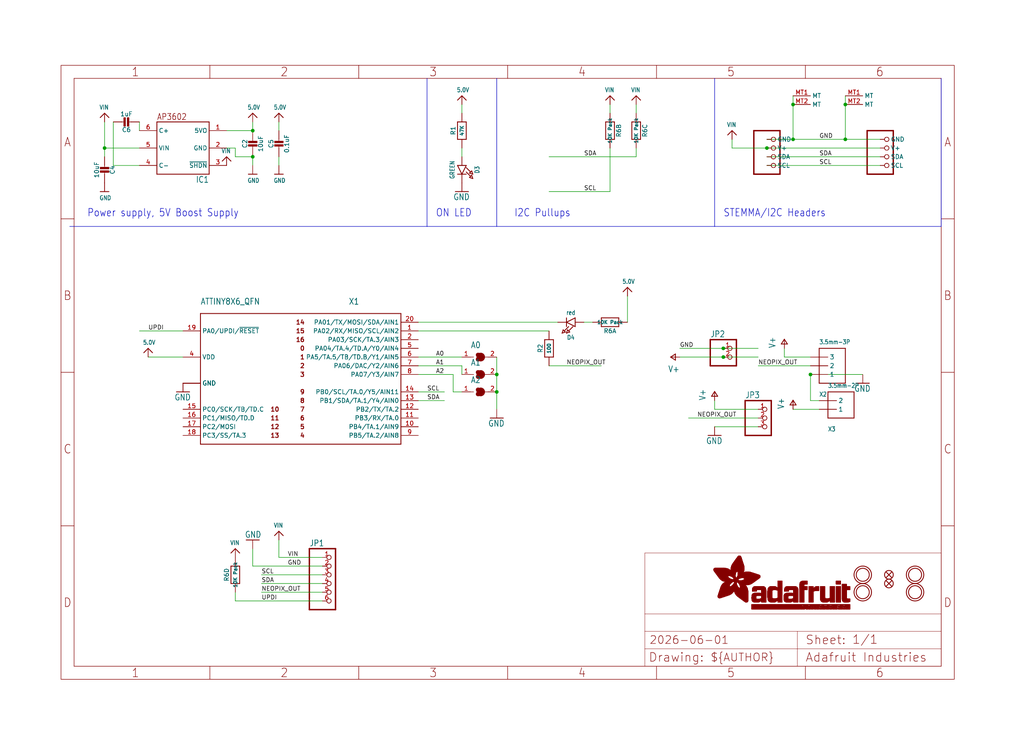
<source format=kicad_sch>
(kicad_sch (version 20230121) (generator eeschema)
  (paper "User" 298.45 217.322)
  (lib_symbols
    (symbol "working-eagle-import:5.0V" (power)
      (property "Value" "5.0V" (at -1.524 1.016 0))
      (symbol "5.0V_1_0"
        (pin power_in line (at 0 -2.54 90) (length 2.54) (name "5.0V") (number "1"))
      )
    )
    (symbol "working-eagle-import:AP3602"
      (property "Reference" "IC" (at -7.62 -10.16 0))
      (symbol "AP3602_1_0"
        (text "AP3602" (at 7.62 10.16 0) (effects (font (size 1.778 1.5113)) (justify right top)))
        (pin power_in line (at -12.7 5.08 0) (length 5.08) (name "5VO") (number "1"))
        (pin power_in line (at -12.7 0 0) (length 5.08) (name "GND") (number "2"))
        (pin input line (at -12.7 -5.08 0) (length 5.08) (name "~{SHDN}") (number "3"))
        (pin bidirectional line (at 12.7 -5.08 180) (length 5.08) (name "C-") (number "4"))
        (pin power_in line (at 12.7 0 180) (length 5.08) (name "VIN") (number "5"))
        (pin bidirectional line (at 12.7 5.08 180) (length 5.08) (name "C+") (number "6"))
      )
    )
    (symbol "working-eagle-import:ATTINY8X6_QFN"
      (property "Reference" "X" (at 12.7 25.4 0))
      (symbol "ATTINY8X6_QFN_1_0"
        (text "0" (at 0 12.7 0) (effects (font (size 1.27 1.27) (thickness 0.254) bold) (justify right)))
        (text "1" (at 0 10.16 0) (effects (font (size 1.27 1.27) (thickness 0.254) bold) (justify right)))
        (text "10" (at -10.16 -5.08 0) (effects (font (size 1.27 1.27) (thickness 0.254) bold) (justify left)))
        (text "11" (at -10.16 -7.62 0) (effects (font (size 1.27 1.27) (thickness 0.254) bold) (justify left)))
        (text "12" (at -10.16 -10.16 0) (effects (font (size 1.27 1.27) (thickness 0.254) bold) (justify left)))
        (text "13" (at -10.16 -12.7 0) (effects (font (size 1.27 1.27) (thickness 0.254) bold) (justify left)))
        (text "14" (at 0 20.32 0) (effects (font (size 1.27 1.27) (thickness 0.254) bold) (justify right)))
        (text "15" (at 0 17.78 0) (effects (font (size 1.27 1.27) (thickness 0.254) bold) (justify right)))
        (text "16" (at 0 15.24 0) (effects (font (size 1.27 1.27) (thickness 0.254) bold) (justify right)))
        (text "2" (at 0 7.62 0) (effects (font (size 1.27 1.27) (thickness 0.254) bold) (justify right)))
        (text "3" (at 0 5.08 0) (effects (font (size 1.27 1.27) (thickness 0.254) bold) (justify right)))
        (text "4" (at 0 -12.7 0) (effects (font (size 1.27 1.27) (thickness 0.254) bold) (justify right)))
        (text "5" (at 0 -10.16 0) (effects (font (size 1.27 1.27) (thickness 0.254) bold) (justify right)))
        (text "6" (at 0 -7.62 0) (effects (font (size 1.27 1.27) (thickness 0.254) bold) (justify right)))
        (text "7" (at 0 -5.08 0) (effects (font (size 1.27 1.27) (thickness 0.254) bold) (justify right)))
        (text "8" (at 0 -2.54 0) (effects (font (size 1.27 1.27) (thickness 0.254) bold) (justify right)))
        (text "9" (at 0 0 0) (effects (font (size 1.27 1.27) (thickness 0.254) bold) (justify right)))
        (pin bidirectional line (at 33.02 17.78 180) (length 5.08) (name "PA02/RX/MISO/SCL/AIN2") (number "1"))
        (pin bidirectional line (at 33.02 -10.16 180) (length 5.08) (name "PB4/TA.1/AIN9") (number "10"))
        (pin bidirectional line (at 33.02 -7.62 180) (length 5.08) (name "PB3/RX/TA.0") (number "11"))
        (pin bidirectional line (at 33.02 -5.08 180) (length 5.08) (name "PB2/TX/TA.2") (number "12"))
        (pin bidirectional line (at 33.02 -2.54 180) (length 5.08) (name "PB1/SDA/TA.1/Y4/AIN0") (number "13"))
        (pin bidirectional line (at 33.02 0 180) (length 5.08) (name "PB0/SCL/TA.0/Y5/AIN11") (number "14"))
        (pin bidirectional line (at -35.56 -5.08 0) (length 5.08) (name "PC0/SCK/TB/TD.C") (number "15"))
        (pin bidirectional line (at -35.56 -7.62 0) (length 5.08) (name "PC1/MISO/TD.D") (number "16"))
        (pin bidirectional line (at -35.56 -10.16 0) (length 5.08) (name "PC2/MOSI") (number "17"))
        (pin bidirectional line (at -35.56 -12.7 0) (length 5.08) (name "PC3/SS/TA.3") (number "18"))
        (pin bidirectional line (at -35.56 17.78 0) (length 5.08) (name "PA0/UPDI/~{RESET}") (number "19"))
        (pin bidirectional line (at 33.02 15.24 180) (length 5.08) (name "PA03/SCK/TA.3/AIN3") (number "2"))
        (pin bidirectional line (at 33.02 20.32 180) (length 5.08) (name "PA01/TX/MOSI/SDA/AIN1") (number "20"))
        (pin power_in line (at -35.56 2.54 0) (length 5.08) (name "GND") (number "3"))
        (pin power_in line (at -35.56 10.16 0) (length 5.08) (name "VDD") (number "4"))
        (pin bidirectional line (at 33.02 12.7 180) (length 5.08) (name "PA04/TA.4/TD.A/Y0/AIN4") (number "5"))
        (pin bidirectional line (at 33.02 10.16 180) (length 5.08) (name "PA5/TA.5/TB/TD.B/Y1/AIN5") (number "6"))
        (pin bidirectional line (at 33.02 7.62 180) (length 5.08) (name "PA06/DAC/Y2/AIN6") (number "7"))
        (pin bidirectional line (at 33.02 5.08 180) (length 5.08) (name "PA07/Y3/AIN7") (number "8"))
        (pin bidirectional line (at 33.02 -12.7 180) (length 5.08) (name "PB5/TA.2/AIN8") (number "9"))
        (pin power_in line (at -35.56 2.54 0) (length 5.08) (name "GND") (number "PAD"))
      )
    )
    (symbol "working-eagle-import:CAP_CERAMIC0603_NO"
      (property "Reference" "C" (at -2.29 1.25 90))
      (symbol "CAP_CERAMIC0603_NO_1_0"
        (pin passive line (at 0 5.08 270) (length 2.54) (name "1") (number "1"))
        (pin passive line (at 0 -2.54 90) (length 2.54) (name "2") (number "2"))
      )
    )
    (symbol "working-eagle-import:CAP_CERAMIC0805-NOOUTLINE"
      (property "Reference" "C" (at -2.29 1.25 90))
      (symbol "CAP_CERAMIC0805-NOOUTLINE_1_0"
        (pin passive line (at 0 5.08 270) (length 2.54) (name "1") (number "1"))
        (pin passive line (at 0 -2.54 90) (length 2.54) (name "2") (number "2"))
      )
    )
    (symbol "working-eagle-import:FIDUCIAL_1MM")
    (symbol "working-eagle-import:FRAME_A4_ADAFRUIT"
      (symbol "FRAME_A4_ADAFRUIT_1_0"
        (text "${#}/${##}" (at 230.505 10.16 0) (effects (font (size 2.54 2.54)) (justify left bottom)))
        (text "${AUTHOR}" (at 189.23 5.08 0) (effects (font (size 2.286 2.286)) (justify left bottom)))
        (text "${CURRENT_DATE}" (at 171.45 10.16 0) (effects (font (size 2.286 2.286)) (justify left bottom)))
        (text "${PROJECTNAME}" (at 171.45 15.24 0) (effects (font (size 2.54 2.54)) (justify left bottom)))
        (text "1" (at 21.6958 1.905 0) (effects (font (size 2.54 2.286))))
        (text "1" (at 21.6958 177.165 0) (effects (font (size 2.54 2.286))))
        (text "2" (at 65.0875 1.905 0) (effects (font (size 2.54 2.286))))
        (text "2" (at 65.0875 177.165 0) (effects (font (size 2.54 2.286))))
        (text "3" (at 108.4792 1.905 0) (effects (font (size 2.54 2.286))))
        (text "3" (at 108.4792 177.165 0) (effects (font (size 2.54 2.286))))
        (text "4" (at 151.8708 1.905 0) (effects (font (size 2.54 2.286))))
        (text "4" (at 151.8708 177.165 0) (effects (font (size 2.54 2.286))))
        (text "5" (at 195.2625 1.905 0) (effects (font (size 2.54 2.286))))
        (text "5" (at 195.2625 177.165 0) (effects (font (size 2.54 2.286))))
        (text "6" (at 238.6542 1.905 0) (effects (font (size 2.54 2.286))))
        (text "6" (at 238.6542 177.165 0) (effects (font (size 2.54 2.286))))
        (text "A" (at 1.905 156.6863 0) (effects (font (size 2.54 2.286))))
        (text "A" (at 258.445 156.6863 0) (effects (font (size 2.54 2.286))))
        (text "Adafruit Industries" (at 216.916 4.953 0) (effects (font (size 2.54 2.54)) (justify left bottom)))
        (text "B" (at 1.905 111.9188 0) (effects (font (size 2.54 2.286))))
        (text "B" (at 258.445 111.9188 0) (effects (font (size 2.54 2.286))))
        (text "C" (at 1.905 67.1513 0) (effects (font (size 2.54 2.286))))
        (text "C" (at 258.445 67.1513 0) (effects (font (size 2.54 2.286))))
        (text "D" (at 1.905 22.3838 0) (effects (font (size 2.54 2.286))))
        (text "D" (at 258.445 22.3838 0) (effects (font (size 2.54 2.286))))
        (text "Drawing:" (at 171.196 4.953 0) (effects (font (size 2.54 2.54)) (justify left bottom)))
        (text "Sheet:" (at 216.916 10.033 0) (effects (font (size 2.54 2.54)) (justify left bottom)))
      )
    )
    (symbol "working-eagle-import:GND" (power)
      (property "Value" "GND" (at -1.524 -2.54 0))
      (symbol "GND_1_0"
        (pin power_in line (at 0 2.54 270) (length 2.54) (name "GND") (number "1"))
      )
    )
    (symbol "working-eagle-import:HEADER-1X2ROUND"
      (property "Reference" "JP" (at -6.35 5.715 0))
      (symbol "HEADER-1X2ROUND_1_0"
        (pin passive inverted (at -2.54 2.54 0) (length 2.54) (name "1") (number "1"))
        (pin passive inverted (at -2.54 0 0) (length 2.54) (name "2") (number "2"))
      )
    )
    (symbol "working-eagle-import:HEADER-1X3ROUND"
      (property "Reference" "JP" (at -6.35 5.715 0))
      (symbol "HEADER-1X3ROUND_1_0"
        (pin passive inverted (at -2.54 2.54 0) (length 2.54) (name "1") (number "1"))
        (pin passive inverted (at -2.54 0 0) (length 2.54) (name "2") (number "2"))
        (pin passive inverted (at -2.54 -2.54 0) (length 2.54) (name "3") (number "3"))
      )
    )
    (symbol "working-eagle-import:HEADER-1X670MIL"
      (property "Reference" "JP" (at -6.35 10.795 0))
      (symbol "HEADER-1X670MIL_1_0"
        (pin passive inverted (at -2.54 7.62 0) (length 2.54) (name "1") (number "1"))
        (pin passive inverted (at -2.54 5.08 0) (length 2.54) (name "2") (number "2"))
        (pin passive inverted (at -2.54 2.54 0) (length 2.54) (name "3") (number "3"))
        (pin passive inverted (at -2.54 0 0) (length 2.54) (name "4") (number "4"))
        (pin passive inverted (at -2.54 -2.54 0) (length 2.54) (name "5") (number "5"))
        (pin passive inverted (at -2.54 -5.08 0) (length 2.54) (name "6") (number "6"))
      )
    )
    (symbol "working-eagle-import:LED0603_NOOUTLINE"
      (property "Reference" "D" (at -1.27 4.445 0))
      (symbol "LED0603_NOOUTLINE_1_0"
        (pin passive line (at -5.08 0 0) (length 2.54) (name "A") (number "A"))
        (pin passive line (at 2.54 0 180) (length 2.54) (name "C") (number "C"))
      )
    )
    (symbol "working-eagle-import:MOUNTINGHOLE2.5")
    (symbol "working-eagle-import:RESISTOR_0603_NOOUT"
      (property "Reference" "R" (at 0 2.54 0))
      (symbol "RESISTOR_0603_NOOUT_1_0"
        (pin passive line (at -5.08 0 0) (length 2.54) (name "1") (number "1"))
        (pin passive line (at 5.08 0 180) (length 2.54) (name "2") (number "2"))
      )
    )
    (symbol "working-eagle-import:RESISTOR_4PACK"
      (property "Reference" "R" (at 0 2.54 0))
      (symbol "RESISTOR_4PACK_1_0"
        (pin passive line (at -5.08 0 0) (length 2.54) (name "1") (number "1"))
        (pin passive line (at 5.08 0 180) (length 2.54) (name "2") (number "8"))
      )
      (symbol "RESISTOR_4PACK_2_0"
        (pin passive line (at -5.08 0 0) (length 2.54) (name "1") (number "2"))
        (pin passive line (at 5.08 0 180) (length 2.54) (name "2") (number "7"))
      )
      (symbol "RESISTOR_4PACK_3_0"
        (pin passive line (at -5.08 0 0) (length 2.54) (name "1") (number "3"))
        (pin passive line (at 5.08 0 180) (length 2.54) (name "2") (number "6"))
      )
      (symbol "RESISTOR_4PACK_4_0"
        (pin passive line (at -5.08 0 0) (length 2.54) (name "1") (number "4"))
        (pin passive line (at 5.08 0 180) (length 2.54) (name "2") (number "5"))
      )
    )
    (symbol "working-eagle-import:SOLDERJUMPER_CLOSED"
      (property "Reference" "SJ" (at -2.54 2.54 0))
      (symbol "SOLDERJUMPER_CLOSED_1_0"
        (pin passive line (at -5.08 0 0) (length 2.54) (name "1") (number "1"))
        (pin passive line (at 5.08 0 180) (length 2.54) (name "2") (number "2"))
      )
    )
    (symbol "working-eagle-import:STEMMA_I2C_QT"
      (symbol "STEMMA_I2C_QT_1_0"
        (pin passive inverted (at 0 5.08 0) (length 2.54) (name "GND") (number "1"))
        (pin passive inverted (at 0 2.54 0) (length 2.54) (name "V+") (number "2"))
        (pin passive inverted (at 0 0 0) (length 2.54) (name "SDA") (number "3"))
        (pin passive inverted (at 0 -2.54 0) (length 2.54) (name "SCL") (number "4"))
      )
      (symbol "STEMMA_I2C_QT_2_0"
        (pin bidirectional line (at 0 0 0) (length 5.08) (name "MT") (number "MT1"))
      )
      (symbol "STEMMA_I2C_QT_3_0"
        (pin bidirectional line (at 0 0 0) (length 5.08) (name "MT") (number "MT2"))
      )
    )
    (symbol "working-eagle-import:TERMBLOCK_1X2_3.5MM"
      (property "Reference" "X" (at -2.54 7.62 0))
      (symbol "TERMBLOCK_1X2_3.5MM_1_0"
        (pin passive line (at -5.08 2.54 0) (length 5.08) (name "1") (number "1"))
        (pin passive line (at -5.08 0 0) (length 5.08) (name "2") (number "2"))
      )
    )
    (symbol "working-eagle-import:TERMBLOCK_1X3"
      (property "Reference" "X" (at -2.54 7.62 0))
      (symbol "TERMBLOCK_1X3_1_0"
        (pin passive line (at -5.08 2.54 0) (length 5.08) (name "1") (number "1"))
        (pin passive line (at -5.08 0 0) (length 5.08) (name "2") (number "2"))
        (pin passive line (at -5.08 -2.54 0) (length 5.08) (name "3") (number "3"))
      )
    )
    (symbol "working-eagle-import:V+" (power)
      (property "Value" "V+" (at -2.54 -2.54 90))
      (symbol "V+_1_0"
        (pin power_in line (at 0 -2.54 90) (length 2.54) (name "V+") (number "1"))
      )
    )
    (symbol "working-eagle-import:VIN" (power)
      (property "Value" "VIN" (at -1.524 1.016 0))
      (symbol "VIN_1_0"
        (pin power_in line (at 0 -2.54 90) (length 2.54) (name "VIN") (number "1"))
      )
    )
    (symbol "working-eagle-import:adafruit_power_VIN" (power)
      (property "Value" "adafruit_power_VIN" (at -1.524 1.016 0))
      (symbol "adafruit_power_VIN_1_0"
        (pin power_in line (at 0 -2.54 90) (length 2.54) (name "VIN") (number "1"))
      )
    )
    (symbol "working-eagle-import:supply1_GND" (power)
      (property "Value" "supply1_GND" (at -2.54 -2.54 0))
      (symbol "supply1_GND_1_0"
        (pin power_in line (at 0 2.54 270) (length 2.54) (name "GND") (number "1"))
      )
    )
  )
  (junction (at 30.48 43.18))
  (junction (at 246.38 40.64))
  (junction (at 231.14 30.48))
  (junction (at 73.66 45.72))
  (junction (at 73.66 38.1))
  (junction (at 246.38 30.48))
  (junction (at 231.14 40.64))
  (junction (at 236.22 109.22))
  (junction (at 223.52 43.18))
  (junction (at 144.78 114.3))
  (junction (at 210.82 101.6))
  (junction (at 144.78 109.22))
  (junction (at 210.82 104.14))
  (wire (pts (xy 177.8 30.48) (xy 177.8 33.02)) (stroke (width 0.1524)))
  (wire (pts (xy 228.6 104.14) (xy 228.6 101.6)) (stroke (width 0.1524)))
  (wire (pts (xy 40.64 48.26) (xy 33.02 48.26)) (stroke (width 0.1524)))
  (wire (pts (xy 256.54 40.64) (xy 246.38 40.64)) (stroke (width 0.1524)))
  (wire (pts (xy 144.78 109.22) (xy 144.78 114.3)) (stroke (width 0.1524)))
  (wire (pts (xy 73.66 165.1) (xy 93.98 165.1)) (stroke (width 0.1524)))
  (wire (pts (xy 238.76 119.38) (xy 231.14 119.38)) (stroke (width 0.1524)))
  (polyline (pts (xy 124.46 66.04) (xy 144.78 66.04)) (stroke (width 0.1524) (type solid)))
  (wire (pts (xy 73.66 45.72) (xy 73.66 48.26)) (stroke (width 0.1524)))
  (wire (pts (xy 121.92 109.22) (xy 132.08 109.22)) (stroke (width 0.1524)))
  (wire (pts (xy 93.98 172.72) (xy 76.2 172.72)) (stroke (width 0.1524)))
  (wire (pts (xy 220.98 104.14) (xy 210.82 104.14)) (stroke (width 0.1524)))
  (wire (pts (xy 220.98 101.6) (xy 210.82 101.6)) (stroke (width 0.1524)))
  (wire (pts (xy 53.34 104.14) (xy 43.18 104.14)) (stroke (width 0.1524)))
  (wire (pts (xy 132.08 109.22) (xy 132.08 114.3)) (stroke (width 0.1524)))
  (wire (pts (xy 30.48 43.18) (xy 30.48 45.72)) (stroke (width 0.1524)))
  (wire (pts (xy 231.14 30.48) (xy 231.14 40.64)) (stroke (width 0.1524)))
  (wire (pts (xy 134.62 106.68) (xy 134.62 109.22)) (stroke (width 0.1524)))
  (wire (pts (xy 129.54 116.84) (xy 121.92 116.84)) (stroke (width 0.1524)))
  (wire (pts (xy 144.78 114.3) (xy 144.78 119.38)) (stroke (width 0.1524)))
  (wire (pts (xy 132.08 114.3) (xy 134.62 114.3)) (stroke (width 0.1524)))
  (wire (pts (xy 177.8 43.18) (xy 177.8 55.88)) (stroke (width 0.1524)))
  (wire (pts (xy 93.98 167.64) (xy 76.2 167.64)) (stroke (width 0.1524)))
  (wire (pts (xy 66.04 38.1) (xy 73.66 38.1)) (stroke (width 0.1524)))
  (wire (pts (xy 68.58 175.26) (xy 68.58 172.72)) (stroke (width 0.1524)))
  (wire (pts (xy 223.52 48.26) (xy 256.54 48.26)) (stroke (width 0.1524)))
  (wire (pts (xy 170.18 93.98) (xy 172.72 93.98)) (stroke (width 0.1524)))
  (wire (pts (xy 33.02 48.26) (xy 33.02 35.56)) (stroke (width 0.1524)))
  (wire (pts (xy 246.38 27.94) (xy 246.38 30.48)) (stroke (width 0.1524)))
  (wire (pts (xy 185.42 45.72) (xy 160.02 45.72)) (stroke (width 0.1524)))
  (wire (pts (xy 73.66 160.02) (xy 73.66 165.1)) (stroke (width 0.1524)))
  (wire (pts (xy 40.64 43.18) (xy 30.48 43.18)) (stroke (width 0.1524)))
  (wire (pts (xy 231.14 27.94) (xy 231.14 30.48)) (stroke (width 0.1524)))
  (wire (pts (xy 121.92 93.98) (xy 162.56 93.98)) (stroke (width 0.1524)))
  (wire (pts (xy 160.02 106.68) (xy 175.26 106.68)) (stroke (width 0.1524)))
  (wire (pts (xy 76.2 170.18) (xy 93.98 170.18)) (stroke (width 0.1524)))
  (polyline (pts (xy 144.78 22.86) (xy 144.78 66.04)) (stroke (width 0.1524) (type solid)))
  (wire (pts (xy 134.62 30.48) (xy 134.62 33.02)) (stroke (width 0.1524)))
  (wire (pts (xy 213.36 40.64) (xy 213.36 43.18)) (stroke (width 0.1524)))
  (wire (pts (xy 53.34 96.52) (xy 40.64 96.52)) (stroke (width 0.1524)))
  (polyline (pts (xy 144.78 66.04) (xy 208.28 66.04)) (stroke (width 0.1524) (type solid)))
  (wire (pts (xy 68.58 45.72) (xy 73.66 45.72)) (stroke (width 0.1524)))
  (wire (pts (xy 177.8 55.88) (xy 160.02 55.88)) (stroke (width 0.1524)))
  (wire (pts (xy 81.28 45.72) (xy 81.28 48.26)) (stroke (width 0.1524)))
  (wire (pts (xy 68.58 43.18) (xy 68.58 45.72)) (stroke (width 0.1524)))
  (polyline (pts (xy 274.32 22.86) (xy 274.32 66.04)) (stroke (width 0.1524) (type solid)))
  (wire (pts (xy 185.42 43.18) (xy 185.42 45.72)) (stroke (width 0.1524)))
  (wire (pts (xy 73.66 38.1) (xy 73.66 35.56)) (stroke (width 0.1524)))
  (wire (pts (xy 81.28 162.56) (xy 81.28 157.48)) (stroke (width 0.1524)))
  (wire (pts (xy 210.82 104.14) (xy 198.12 104.14)) (stroke (width 0.1524)))
  (wire (pts (xy 236.22 106.68) (xy 220.98 106.68)) (stroke (width 0.1524)))
  (polyline (pts (xy 20.32 66.04) (xy 124.46 66.04)) (stroke (width 0.1524) (type solid)))
  (polyline (pts (xy 208.28 22.86) (xy 208.28 66.04)) (stroke (width 0.1524) (type solid)))
  (wire (pts (xy 81.28 35.56) (xy 81.28 38.1)) (stroke (width 0.1524)))
  (wire (pts (xy 30.48 43.18) (xy 30.48 35.56)) (stroke (width 0.1524)))
  (polyline (pts (xy 208.28 66.04) (xy 274.32 66.04)) (stroke (width 0.1524) (type solid)))
  (wire (pts (xy 236.22 104.14) (xy 228.6 104.14)) (stroke (width 0.1524)))
  (wire (pts (xy 121.92 106.68) (xy 134.62 106.68)) (stroke (width 0.1524)))
  (wire (pts (xy 182.88 86.36) (xy 182.88 93.98)) (stroke (width 0.1524)))
  (wire (pts (xy 236.22 109.22) (xy 251.46 109.22)) (stroke (width 0.1524)))
  (wire (pts (xy 144.78 104.14) (xy 144.78 109.22)) (stroke (width 0.1524)))
  (wire (pts (xy 231.14 40.64) (xy 246.38 40.64)) (stroke (width 0.1524)))
  (wire (pts (xy 231.14 40.64) (xy 223.52 40.64)) (stroke (width 0.1524)))
  (wire (pts (xy 238.76 116.84) (xy 236.22 116.84)) (stroke (width 0.1524)))
  (wire (pts (xy 246.38 30.48) (xy 246.38 40.64)) (stroke (width 0.1524)))
  (wire (pts (xy 66.04 43.18) (xy 68.58 43.18)) (stroke (width 0.1524)))
  (wire (pts (xy 236.22 116.84) (xy 236.22 109.22)) (stroke (width 0.1524)))
  (wire (pts (xy 256.54 45.72) (xy 223.52 45.72)) (stroke (width 0.1524)))
  (wire (pts (xy 213.36 43.18) (xy 223.52 43.18)) (stroke (width 0.1524)))
  (wire (pts (xy 208.28 124.46) (xy 220.98 124.46)) (stroke (width 0.1524)))
  (polyline (pts (xy 124.46 22.86) (xy 124.46 66.04)) (stroke (width 0.1524) (type solid)))
  (wire (pts (xy 220.98 119.38) (xy 208.28 119.38)) (stroke (width 0.1524)))
  (wire (pts (xy 40.64 38.1) (xy 40.64 35.56)) (stroke (width 0.1524)))
  (wire (pts (xy 210.82 101.6) (xy 198.12 101.6)) (stroke (width 0.1524)))
  (wire (pts (xy 121.92 96.52) (xy 160.02 96.52)) (stroke (width 0.1524)))
  (wire (pts (xy 134.62 45.72) (xy 134.62 43.18)) (stroke (width 0.1524)))
  (wire (pts (xy 121.92 104.14) (xy 134.62 104.14)) (stroke (width 0.1524)))
  (wire (pts (xy 185.42 33.02) (xy 185.42 30.48)) (stroke (width 0.1524)))
  (wire (pts (xy 68.58 175.26) (xy 93.98 175.26)) (stroke (width 0.1524)))
  (wire (pts (xy 208.28 119.38) (xy 208.28 116.84)) (stroke (width 0.1524)))
  (wire (pts (xy 220.98 121.92) (xy 200.66 121.92)) (stroke (width 0.1524)))
  (wire (pts (xy 121.92 114.3) (xy 129.54 114.3)) (stroke (width 0.1524)))
  (wire (pts (xy 81.28 162.56) (xy 93.98 162.56)) (stroke (width 0.1524)))
  (wire (pts (xy 223.52 43.18) (xy 256.54 43.18)) (stroke (width 0.1524)))
  (text "ON LED" (at 127 63.5 0) (effects (font (size 2.1844 1.8567)) (justify left bottom)))
  (text "Power supply, 5V Boost Supply" (at 25.4 63.5 0) (effects (font (size 2.1844 1.8567)) (justify left bottom)))
  (text "STEMMA/I2C Headers" (at 210.82 63.5 0) (effects (font (size 2.1844 1.8567)) (justify left bottom)))
  (text "I2C Pullups" (at 149.86 63.5 0) (effects (font (size 2.1844 1.8567)) (justify left bottom)))
  (label "SCL" (at 76.2 167.64 0) (effects (font (size 1.2446 1.2446))))
  (label "SCL" (at 238.76 48.26 0) (effects (font (size 1.2446 1.2446))))
  (label "SCL" (at 170.18 55.88 0) (effects (font (size 1.2446 1.2446))))
  (label "SCL" (at 124.46 114.3 0) (effects (font (size 1.2446 1.2446))))
  (label "GND" (at 238.76 40.64 0) (effects (font (size 1.2446 1.2446))))
  (label "NEOPIX_OUT" (at 203.2 121.92 0) (effects (font (size 1.2446 1.2446))))
  (label "UPDI" (at 76.2 175.26 0) (effects (font (size 1.2446 1.2446))))
  (label "SDA" (at 124.46 116.84 0) (effects (font (size 1.2446 1.2446))))
  (label "A0" (at 127 104.14 0) (effects (font (size 1.2446 1.2446))))
  (label "SDA" (at 170.18 45.72 0) (effects (font (size 1.2446 1.2446))))
  (label "NEOPIX_OUT" (at 220.98 106.68 0) (effects (font (size 1.2446 1.2446))))
  (label "GND" (at 83.82 165.1 0) (effects (font (size 1.2446 1.2446))))
  (label "NEOPIX_OUT" (at 165.1 106.68 0) (effects (font (size 1.2446 1.2446))))
  (label "VIN" (at 83.82 162.56 0) (effects (font (size 1.2446 1.2446))))
  (label "SDA" (at 238.76 45.72 0) (effects (font (size 1.2446 1.2446))))
  (label "NEOPIX_OUT" (at 76.2 172.72 0) (effects (font (size 1.2446 1.2446))))
  (label "UPDI" (at 43.18 96.52 0) (effects (font (size 1.2446 1.2446))))
  (label "SDA" (at 76.2 170.18 0) (effects (font (size 1.2446 1.2446))))
  (label "GND" (at 198.12 101.6 0) (effects (font (size 1.2446 1.2446))))
  (label "A1" (at 127 106.68 0) (effects (font (size 1.2446 1.2446))))
  (label "A2" (at 127 109.22 0) (effects (font (size 1.2446 1.2446))))
  (symbol (lib_id "working-eagle-import:VIN") (at 30.48 33.02 0) (unit 1)
    (property "Reference" "#U$17" (effects hide))
    (property "Value" "VIN" (at 28.956 32.004 0) (effects (font (size 1.27 1.0795)) (justify left bottom)))
  )
  (symbol (lib_id "working-eagle-import:STEMMA_I2C_QT") (at 246.38 30.48 0) (unit 3)
    (property "Reference" "CONN4" (effects hide))
    (property "Value" "STEMMA_I2C_QT" (effects hide))
    (property "Footprint" "working:JST_SH4" (effects hide))
  )
  (symbol (lib_id "working-eagle-import:STEMMA_I2C_QT") (at 231.14 30.48 0) (unit 3)
    (property "Reference" "CONN3" (effects hide))
    (property "Value" "STEMMA_I2C_QT" (effects hide))
    (property "Footprint" "working:JST_SH4" (effects hide))
  )
  (symbol (lib_id "working-eagle-import:supply1_GND") (at 144.78 121.92 0) (unit 1)
    (property "Reference" "#GND4" (effects hide))
    (property "Value" "GND" (at 142.24 124.46 0) (effects (font (size 1.778 1.5113)) (justify left bottom)))
  )
  (symbol (lib_id "working-eagle-import:5.0V") (at 43.18 101.6 0) (unit 1)
    (property "Reference" "#U$21" (effects hide))
    (property "Value" "5.0V" (at 41.656 100.584 0) (effects (font (size 1.27 1.0795)) (justify left bottom)))
  )
  (symbol (lib_id "working-eagle-import:FIDUCIAL_1MM") (at 259.08 167.64 0) (unit 1)
    (property "Reference" "FID1" (effects hide))
    (property "Value" "FIDUCIAL_1MM" (effects hide))
    (property "Footprint" "working:FIDUCIAL_1MM" (effects hide))
  )
  (symbol (lib_id "working-eagle-import:V+") (at 195.58 104.14 90) (unit 1)
    (property "Reference" "#P+1" (effects hide))
    (property "Value" "V+" (at 198.12 106.68 90) (effects (font (size 1.778 1.5113)) (justify left bottom)))
  )
  (symbol (lib_id "working-eagle-import:VIN") (at 66.04 45.72 0) (unit 1)
    (property "Reference" "#U$4" (effects hide))
    (property "Value" "VIN" (at 64.516 44.704 0) (effects (font (size 1.27 1.0795)) (justify left bottom)))
  )
  (symbol (lib_id "working-eagle-import:supply1_GND") (at 208.28 127 0) (unit 1)
    (property "Reference" "#GND2" (effects hide))
    (property "Value" "GND" (at 205.74 129.54 0) (effects (font (size 1.778 1.5113)) (justify left bottom)))
  )
  (symbol (lib_id "working-eagle-import:SOLDERJUMPER_CLOSED") (at 139.7 114.3 0) (unit 1)
    (property "Reference" "A2" (at 137.16 111.76 0) (effects (font (size 1.778 1.5113)) (justify left bottom)))
    (property "Value" "SOLDERJUMPER_CLOSED" (effects hide))
    (property "Footprint" "working:SOLDERJUMPER_CLOSEDWIRE" (effects hide))
  )
  (symbol (lib_id "working-eagle-import:LED0603_NOOUTLINE") (at 165.1 93.98 180) (unit 1)
    (property "Reference" "D4" (at 166.37 98.425 0) (effects (font (size 1.27 1.0795))))
    (property "Value" "red" (at 166.37 91.186 0) (effects (font (size 1.27 1.0795))))
    (property "Footprint" "working:CHIPLED_0603_NOOUTLINE" (effects hide))
  )
  (symbol (lib_id "working-eagle-import:CAP_CERAMIC0805-NOOUTLINE") (at 30.48 50.8 0) (mirror y) (unit 1)
    (property "Reference" "C4" (at 32.77 49.55 90))
    (property "Value" "10uF" (at 28.18 49.55 90))
    (property "Footprint" "working:0805-NO" (effects hide))
  )
  (symbol (lib_id "working-eagle-import:5.0V") (at 73.66 33.02 0) (unit 1)
    (property "Reference" "#U$19" (effects hide))
    (property "Value" "5.0V" (at 72.136 32.004 0) (effects (font (size 1.27 1.0795)) (justify left bottom)))
  )
  (symbol (lib_id "working-eagle-import:GND") (at 81.28 50.8 0) (unit 1)
    (property "Reference" "#U$14" (effects hide))
    (property "Value" "GND" (at 79.756 53.34 0) (effects (font (size 1.27 1.0795)) (justify left bottom)))
  )
  (symbol (lib_id "working-eagle-import:5.0V") (at 182.88 83.82 0) (unit 1)
    (property "Reference" "#U$27" (effects hide))
    (property "Value" "5.0V" (at 181.356 82.804 0) (effects (font (size 1.27 1.0795)) (justify left bottom)))
  )
  (symbol (lib_id "working-eagle-import:adafruit_power_VIN") (at 81.28 154.94 0) (unit 1)
    (property "Reference" "#U$5" (effects hide))
    (property "Value" "VIN" (at 79.756 153.924 0) (effects (font (size 1.27 1.0795)) (justify left bottom)))
  )
  (symbol (lib_id "working-eagle-import:adafruit_power_VIN") (at 177.8 27.94 0) (unit 1)
    (property "Reference" "#U$8" (effects hide))
    (property "Value" "VIN" (at 176.276 26.924 0) (effects (font (size 1.27 1.0795)) (justify left bottom)))
  )
  (symbol (lib_id "working-eagle-import:5.0V") (at 134.62 27.94 0) (unit 1)
    (property "Reference" "#U$3" (effects hide))
    (property "Value" "5.0V" (at 133.096 26.924 0) (effects (font (size 1.27 1.0795)) (justify left bottom)))
  )
  (symbol (lib_id "working-eagle-import:adafruit_power_VIN") (at 68.58 160.02 0) (unit 1)
    (property "Reference" "#U$22" (effects hide))
    (property "Value" "VIN" (at 67.056 159.004 0) (effects (font (size 1.27 1.0795)) (justify left bottom)))
  )
  (symbol (lib_id "working-eagle-import:GND") (at 30.48 55.88 0) (unit 1)
    (property "Reference" "#U$16" (effects hide))
    (property "Value" "GND" (at 28.956 58.42 0) (effects (font (size 1.27 1.0795)) (justify left bottom)))
  )
  (symbol (lib_id "working-eagle-import:STEMMA_I2C_QT") (at 223.52 45.72 0) (unit 1)
    (property "Reference" "CONN3" (effects hide))
    (property "Value" "STEMMA_I2C_QT" (effects hide))
    (property "Footprint" "working:JST_SH4" (effects hide))
  )
  (symbol (lib_id "working-eagle-import:CAP_CERAMIC0805-NOOUTLINE") (at 73.66 43.18 0) (unit 1)
    (property "Reference" "C2" (at 71.37 41.93 90))
    (property "Value" "10uF" (at 75.96 41.93 90))
    (property "Footprint" "working:0805-NO" (effects hide))
  )
  (symbol (lib_id "working-eagle-import:MOUNTINGHOLE2.5") (at 266.7 172.72 0) (unit 1)
    (property "Reference" "U$6" (effects hide))
    (property "Value" "MOUNTINGHOLE2.5" (effects hide))
    (property "Footprint" "working:MOUNTINGHOLE_2.5_PLATED" (effects hide))
  )
  (symbol (lib_id "working-eagle-import:STEMMA_I2C_QT") (at 246.38 27.94 0) (unit 2)
    (property "Reference" "CONN4" (effects hide))
    (property "Value" "STEMMA_I2C_QT" (effects hide))
    (property "Footprint" "working:JST_SH4" (effects hide))
  )
  (symbol (lib_id "working-eagle-import:adafruit_power_VIN") (at 213.36 38.1 0) (unit 1)
    (property "Reference" "#U$11" (effects hide))
    (property "Value" "VIN" (at 211.836 37.084 0) (effects (font (size 1.27 1.0795)) (justify left bottom)))
  )
  (symbol (lib_id "working-eagle-import:STEMMA_I2C_QT") (at 231.14 27.94 0) (unit 2)
    (property "Reference" "CONN3" (effects hide))
    (property "Value" "STEMMA_I2C_QT" (effects hide))
    (property "Footprint" "working:JST_SH4" (effects hide))
  )
  (symbol (lib_id "working-eagle-import:supply1_GND") (at 73.66 157.48 180) (unit 1)
    (property "Reference" "#GND9" (effects hide))
    (property "Value" "GND" (at 76.2 154.94 0) (effects (font (size 1.778 1.5113)) (justify left bottom)))
  )
  (symbol (lib_id "working-eagle-import:RESISTOR_4PACK") (at 185.42 38.1 270) (unit 3)
    (property "Reference" "R6" (at 187.96 38.1 0))
    (property "Value" "10K Pack" (at 185.42 38.1 0) (effects (font (size 1.016 1.016) bold)))
    (property "Footprint" "working:RESPACK_4X0603" (effects hide))
  )
  (symbol (lib_id "working-eagle-import:SOLDERJUMPER_CLOSED") (at 139.7 109.22 0) (unit 1)
    (property "Reference" "A1" (at 137.16 106.68 0) (effects (font (size 1.778 1.5113)) (justify left bottom)))
    (property "Value" "SOLDERJUMPER_CLOSED" (effects hide))
    (property "Footprint" "working:SOLDERJUMPER_CLOSEDWIRE" (effects hide))
  )
  (symbol (lib_id "working-eagle-import:HEADER-1X670MIL") (at 96.52 170.18 0) (unit 1)
    (property "Reference" "JP1" (at 90.17 159.385 0) (effects (font (size 1.778 1.5113)) (justify left bottom)))
    (property "Value" "HEADER-1X670MIL" (effects hide))
    (property "Footprint" "working:1X06_ROUND_70" (effects hide))
  )
  (symbol (lib_id "working-eagle-import:RESISTOR_0603_NOOUT") (at 134.62 38.1 90) (unit 1)
    (property "Reference" "R1" (at 132.08 38.1 0))
    (property "Value" "47K" (at 134.62 38.1 0) (effects (font (size 1.016 1.016) bold)))
    (property "Footprint" "working:0603-NO" (effects hide))
  )
  (symbol (lib_id "working-eagle-import:CAP_CERAMIC0603_NO") (at 38.1 35.56 90) (unit 1)
    (property "Reference" "C6" (at 36.85 37.85 90))
    (property "Value" "1uF" (at 36.85 33.26 90))
    (property "Footprint" "working:0603-NO" (effects hide))
  )
  (symbol (lib_id "working-eagle-import:supply1_GND") (at 134.62 55.88 0) (unit 1)
    (property "Reference" "#GND13" (effects hide))
    (property "Value" "GND" (at 132.08 58.42 0) (effects (font (size 1.778 1.5113)) (justify left bottom)))
  )
  (symbol (lib_id "working-eagle-import:ATTINY8X6_QFN") (at 88.9 114.3 0) (unit 1)
    (property "Reference" "X1" (at 101.6 88.9 0) (effects (font (size 1.778 1.5113)) (justify left bottom)))
    (property "Value" "ATTINY8X6_QFN" (at 58.42 88.9 0) (effects (font (size 1.778 1.5113)) (justify left bottom)))
    (property "Footprint" "working:QFN20_3MM" (effects hide))
  )
  (symbol (lib_id "working-eagle-import:RESISTOR_0603_NOOUT") (at 160.02 101.6 90) (unit 1)
    (property "Reference" "R2" (at 157.48 101.6 0))
    (property "Value" "100" (at 160.02 101.6 0) (effects (font (size 1.016 1.016) bold)))
    (property "Footprint" "working:0603-NO" (effects hide))
  )
  (symbol (lib_id "working-eagle-import:RESISTOR_4PACK") (at 68.58 167.64 90) (unit 4)
    (property "Reference" "R6" (at 66.04 167.64 0))
    (property "Value" "10K Pack" (at 68.58 167.64 0) (effects (font (size 1.016 1.016) bold)))
    (property "Footprint" "working:RESPACK_4X0603" (effects hide))
  )
  (symbol (lib_id "working-eagle-import:supply1_GND") (at 53.34 114.3 0) (unit 1)
    (property "Reference" "#GND3" (effects hide))
    (property "Value" "GND" (at 50.8 116.84 0) (effects (font (size 1.778 1.5113)) (justify left bottom)))
  )
  (symbol (lib_id "working-eagle-import:supply1_GND") (at 251.46 111.76 0) (unit 1)
    (property "Reference" "#GND1" (effects hide))
    (property "Value" "GND" (at 248.92 114.3 0) (effects (font (size 1.778 1.5113)) (justify left bottom)))
  )
  (symbol (lib_id "working-eagle-import:GND") (at 73.66 50.8 0) (unit 1)
    (property "Reference" "#U$15" (effects hide))
    (property "Value" "GND" (at 72.136 53.34 0) (effects (font (size 1.27 1.0795)) (justify left bottom)))
  )
  (symbol (lib_id "working-eagle-import:MOUNTINGHOLE2.5") (at 266.7 167.64 0) (unit 1)
    (property "Reference" "U$18" (effects hide))
    (property "Value" "MOUNTINGHOLE2.5" (effects hide))
    (property "Footprint" "working:MOUNTINGHOLE_2.5_PLATED" (effects hide))
  )
  (symbol (lib_id "working-eagle-import:V+") (at 228.6 99.06 0) (unit 1)
    (property "Reference" "#P+2" (effects hide))
    (property "Value" "V+" (at 226.06 101.6 90) (effects (font (size 1.778 1.5113)) (justify left bottom)))
  )
  (symbol (lib_id "working-eagle-import:SOLDERJUMPER_CLOSED") (at 139.7 104.14 0) (unit 1)
    (property "Reference" "A0" (at 137.16 101.6 0) (effects (font (size 1.778 1.5113)) (justify left bottom)))
    (property "Value" "SOLDERJUMPER_CLOSED" (effects hide))
    (property "Footprint" "working:SOLDERJUMPER_CLOSEDWIRE" (effects hide))
  )
  (symbol (lib_id "working-eagle-import:V+") (at 208.28 114.3 0) (unit 1)
    (property "Reference" "#P+4" (effects hide))
    (property "Value" "V+" (at 205.74 116.84 90) (effects (font (size 1.778 1.5113)) (justify left bottom)))
  )
  (symbol (lib_id "working-eagle-import:MOUNTINGHOLE2.5") (at 251.46 167.64 0) (unit 1)
    (property "Reference" "U$1" (effects hide))
    (property "Value" "MOUNTINGHOLE2.5" (effects hide))
    (property "Footprint" "working:MOUNTINGHOLE_2.5_PLATED" (effects hide))
  )
  (symbol (lib_id "working-eagle-import:LED0603_NOOUTLINE") (at 134.62 50.8 270) (unit 1)
    (property "Reference" "D3" (at 139.065 49.53 0) (effects (font (size 1.27 1.0795))))
    (property "Value" "GREEN" (at 131.826 49.53 0) (effects (font (size 1.27 1.0795))))
    (property "Footprint" "working:CHIPLED_0603_NOOUTLINE" (effects hide))
  )
  (symbol (lib_id "working-eagle-import:RESISTOR_4PACK") (at 177.8 38.1 270) (unit 2)
    (property "Reference" "R6" (at 180.34 38.1 0))
    (property "Value" "10K Pack" (at 177.8 38.1 0) (effects (font (size 1.016 1.016) bold)))
    (property "Footprint" "working:RESPACK_4X0603" (effects hide))
  )
  (symbol (lib_id "working-eagle-import:CAP_CERAMIC0603_NO") (at 81.28 43.18 0) (unit 1)
    (property "Reference" "C5" (at 78.99 41.93 90))
    (property "Value" "0.1uF" (at 83.58 41.93 90))
    (property "Footprint" "working:0603-NO" (effects hide))
  )
  (symbol (lib_id "working-eagle-import:FRAME_A4_ADAFRUIT") (at 17.78 198.12 0) (unit 1)
    (property "Reference" "#U$28" (effects hide))
    (property "Value" "FRAME_A4_ADAFRUIT" (effects hide))
  )
  (symbol (lib_id "working-eagle-import:HEADER-1X3ROUND") (at 223.52 121.92 0) (unit 1)
    (property "Reference" "JP3" (at 217.17 116.205 0) (effects (font (size 1.778 1.5113)) (justify left bottom)))
    (property "Value" "HEADER-1X3ROUND" (effects hide))
    (property "Footprint" "working:1X03_ROUND" (effects hide))
  )
  (symbol (lib_id "working-eagle-import:adafruit_power_VIN") (at 185.42 27.94 0) (unit 1)
    (property "Reference" "#U$10" (effects hide))
    (property "Value" "VIN" (at 183.896 26.924 0) (effects (font (size 1.27 1.0795)) (justify left bottom)))
  )
  (symbol (lib_id "working-eagle-import:HEADER-1X2ROUND") (at 213.36 104.14 0) (unit 1)
    (property "Reference" "JP2" (at 207.01 98.425 0) (effects (font (size 1.778 1.5113)) (justify left bottom)))
    (property "Value" "HEADER-1X2ROUND" (effects hide))
    (property "Footprint" "working:1X02_ROUND" (effects hide))
  )
  (symbol (lib_id "working-eagle-import:5.0V") (at 81.28 33.02 0) (unit 1)
    (property "Reference" "#U$2" (effects hide))
    (property "Value" "5.0V" (at 79.756 32.004 0) (effects (font (size 1.27 1.0795)) (justify left bottom)))
  )
  (symbol (lib_id "working-eagle-import:TERMBLOCK_1X2_3.5MM") (at 243.84 116.84 0) (mirror x) (unit 1)
    (property "Reference" "X3" (at 241.3 124.46 0) (effects (font (size 1.27 1.0795)) (justify left bottom)))
    (property "Value" "3.5mm-2P" (at 241.3 111.76 0) (effects (font (size 1.27 1.0795)) (justify left bottom)))
    (property "Footprint" "working:TERMBLOCK_1X2-3.5MM" (effects hide))
  )
  (symbol (lib_id "working-eagle-import:STEMMA_I2C_QT") (at 256.54 45.72 0) (unit 1)
    (property "Reference" "CONN4" (effects hide))
    (property "Value" "STEMMA_I2C_QT" (effects hide))
    (property "Footprint" "working:JST_SH4" (effects hide))
  )
  (symbol (lib_id "working-eagle-import:V+") (at 231.14 116.84 0) (unit 1)
    (property "Reference" "#P+3" (effects hide))
    (property "Value" "V+" (at 228.6 119.38 90) (effects (font (size 1.778 1.5113)) (justify left bottom)))
  )
  (symbol (lib_id "working-eagle-import:AP3602") (at 53.34 43.18 0) (mirror y) (unit 1)
    (property "Reference" "IC1" (at 60.96 53.34 0) (effects (font (size 1.778 1.5113)) (justify left bottom)))
    (property "Value" "AP3602" (effects hide))
    (property "Footprint" "working:SOT23-6" (effects hide))
  )
  (symbol (lib_id "working-eagle-import:FIDUCIAL_1MM") (at 259.08 170.18 0) (unit 1)
    (property "Reference" "FID2" (effects hide))
    (property "Value" "FIDUCIAL_1MM" (effects hide))
    (property "Footprint" "working:FIDUCIAL_1MM" (effects hide))
  )
  (symbol (lib_id "working-eagle-import:RESISTOR_4PACK") (at 177.8 93.98 180) (unit 1)
    (property "Reference" "R6" (at 177.8 96.52 0))
    (property "Value" "10K Pack" (at 177.8 93.98 0) (effects (font (size 1.016 1.016) bold)))
    (property "Footprint" "working:RESPACK_4X0603" (effects hide))
  )
  (symbol (lib_id "working-eagle-import:MOUNTINGHOLE2.5") (at 251.46 172.72 0) (unit 1)
    (property "Reference" "U$9" (effects hide))
    (property "Value" "MOUNTINGHOLE2.5" (effects hide))
    (property "Footprint" "working:MOUNTINGHOLE_2.5_PLATED" (effects hide))
  )
  (symbol (lib_id "working-eagle-import:TERMBLOCK_1X3") (at 241.3 106.68 0) (mirror x) (unit 1)
    (property "Reference" "X2" (at 238.76 114.3 0) (effects (font (size 1.27 1.0795)) (justify left bottom)))
    (property "Value" "3.5mm-3P" (at 238.76 99.06 0) (effects (font (size 1.27 1.0795)) (justify left bottom)))
    (property "Footprint" "working:TERMBLOCK_1X3-3.5MM" (effects hide))
  )
)
</source>
